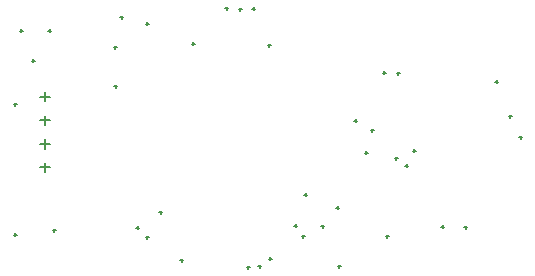
<source format=gbr>
G04*
G04 #@! TF.GenerationSoftware,Altium Limited,Altium Designer,23.0.1 (38)*
G04*
G04 Layer_Color=128*
%FSLAX25Y25*%
%MOIN*%
G70*
G04*
G04 #@! TF.SameCoordinates,7EA281D9-4360-43E8-82A8-E858FA6B50C7*
G04*
G04*
G04 #@! TF.FilePolarity,Positive*
G04*
G01*
G75*
%ADD13C,0.00500*%
D13*
X320425Y238000D02*
X323575D01*
X322000Y236425D02*
Y239575D01*
X320425Y245874D02*
X323575D01*
X322000Y244299D02*
Y247449D01*
X320425Y253748D02*
X323575D01*
X322000Y252173D02*
Y255323D01*
X320425Y261622D02*
X323575D01*
X322000Y260047D02*
Y263197D01*
X480000Y248000D02*
X481000D01*
X480500Y247500D02*
Y248500D01*
X419500Y205000D02*
X420500D01*
X420000Y204500D02*
Y205500D01*
X382000Y291000D02*
X383000D01*
X382500Y290500D02*
Y291500D01*
X311500Y259000D02*
X312500D01*
X312000Y258500D02*
Y259500D01*
X317500Y273500D02*
X318500D01*
X318000Y273000D02*
Y274000D01*
X389272Y204768D02*
X390272D01*
X389772Y204269D02*
Y205269D01*
X396500Y207550D02*
X397500D01*
X397000Y207050D02*
Y208050D01*
X393000Y205000D02*
X394000D01*
X393500Y204500D02*
Y205500D01*
X444547Y243547D02*
X445547D01*
X445047Y243047D02*
Y244047D01*
X461804Y218133D02*
X462805D01*
X462304Y217633D02*
Y218633D01*
X454000Y218200D02*
X455000D01*
X454500Y217700D02*
Y218700D01*
X323000Y283500D02*
X324000D01*
X323500Y283000D02*
Y284000D01*
X313500Y283500D02*
X314500D01*
X314000Y283000D02*
Y284000D01*
X396318Y278726D02*
X397318D01*
X396818Y278226D02*
Y279226D01*
X428500Y242900D02*
X429500D01*
X429000Y242400D02*
Y243400D01*
X438500Y241000D02*
X439500D01*
X439000Y240500D02*
Y241500D01*
X352335Y217835D02*
X353335D01*
X352835Y217335D02*
Y218335D01*
X391000Y290900D02*
X392000D01*
X391500Y290400D02*
Y291400D01*
X367000Y207000D02*
X368000D01*
X367500Y206500D02*
Y207500D01*
X435500Y215000D02*
X436500D01*
X436000Y214500D02*
Y215500D01*
X414126Y218374D02*
X415126D01*
X414626Y217874D02*
Y218874D01*
X407500Y215000D02*
X408500D01*
X408000Y214500D02*
Y215500D01*
X405000Y218500D02*
X406000D01*
X405500Y218000D02*
Y219000D01*
X419000Y224500D02*
X420000D01*
X419500Y224000D02*
Y225000D01*
X408420Y228969D02*
X409420D01*
X408920Y228469D02*
Y229469D01*
X360023Y223129D02*
X361023D01*
X360523Y222629D02*
Y223629D01*
X355500Y214785D02*
X356500D01*
X356000Y214285D02*
Y215285D01*
X442000Y238500D02*
X443000D01*
X442500Y238000D02*
Y239000D01*
X324500Y217000D02*
X325500D01*
X325000Y216500D02*
Y217500D01*
X347000Y288000D02*
X348000D01*
X347500Y287500D02*
Y288500D01*
X355500Y285950D02*
X356500D01*
X356000Y285450D02*
Y286450D01*
X386500Y290750D02*
X387500D01*
X387000Y290250D02*
Y291250D01*
X472000Y266500D02*
X473000D01*
X472500Y266000D02*
Y267000D01*
X425000Y253500D02*
X426000D01*
X425500Y253000D02*
Y254000D01*
X434500Y269500D02*
X435500D01*
X435000Y269000D02*
Y270000D01*
X430593Y250448D02*
X431593D01*
X431093Y249948D02*
Y250948D01*
X370849Y279207D02*
X371849D01*
X371349Y278707D02*
Y279707D01*
X345000Y265000D02*
X346000D01*
X345500Y264500D02*
Y265500D01*
X311500Y215500D02*
X312500D01*
X312000Y215000D02*
Y216000D01*
X439200Y269409D02*
X440200D01*
X439700Y268909D02*
Y269909D01*
X476500Y255000D02*
X477500D01*
X477000Y254500D02*
Y255500D01*
X344853Y278146D02*
X345853D01*
X345354Y277646D02*
Y278646D01*
M02*

</source>
